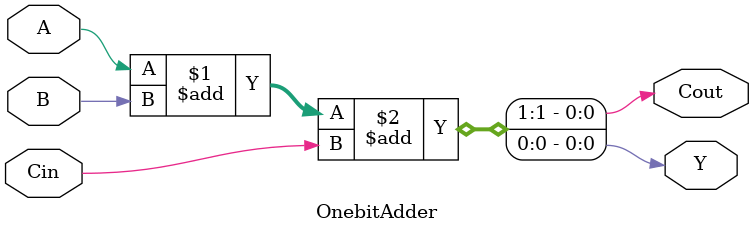
<source format=v>
module top (
    input [3:0] A,B,
    output Cout,
    output [3:0] led
);
    wire [2:0] K;
    OnebitAdder a0(.A(A[0]),.B(B[0]),.Cin(1'b1), .Y(led[0]),.Cout(K[0]));
    OnebitAdder a1(.A(A[1]),.B(B[1]),.Cin(K[0]),.Y(led[1]),.Cout(K[1]));
    OnebitAdder a2(.A(A[2]),.B(B[2]),.Cin(K[1]),.Y(led[2]),.Cout(K[2]));
    OnebitAdder a3(.A(A[3]),.B(B[3]),.Cin(K[2]),.Y(led[3]),.Cout(Cout));
endmodule

module OnebitAdder (
    input A,B,Cin,
    output Y,Cout
);
    assign {Cout,Y} = A+B+Cin;
endmodule

</source>
